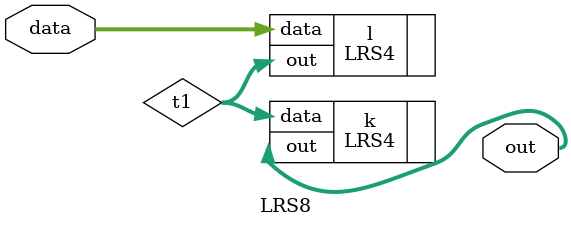
<source format=v>
module LRS8 (input [31:0] data, output [31:0] out);
   
   wire [31:0] t1;
   LRS4 l(.data(data),.out(t1));
   LRS4 k(.data(t1),.out(out));
   
endmodule 

</source>
